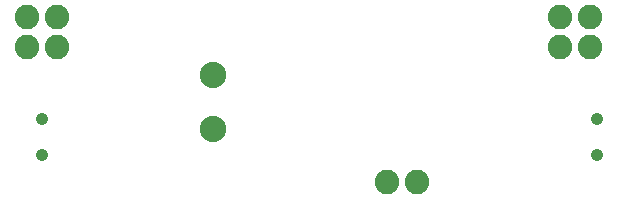
<source format=gbr>
G04 EAGLE Gerber RS-274X export*
G75*
%MOMM*%
%FSLAX34Y34*%
%LPD*%
%INSoldermask Bottom*%
%IPPOS*%
%AMOC8*
5,1,8,0,0,1.08239X$1,22.5*%
G01*
%ADD10C,2.082800*%
%ADD11C,2.235200*%
%ADD12C,1.053200*%


D10*
X25400Y152400D03*
X50800Y152400D03*
X501650Y152400D03*
X476250Y152400D03*
D11*
X182880Y57150D03*
X182880Y102870D03*
D10*
X330200Y12700D03*
X355600Y12700D03*
D12*
X508000Y65800D03*
X508000Y35800D03*
X38100Y35800D03*
X38100Y65800D03*
D10*
X25400Y127000D03*
X50800Y127000D03*
X501650Y127000D03*
X476250Y127000D03*
M02*

</source>
